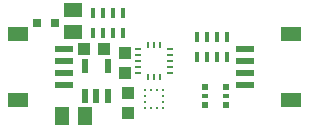
<source format=gbr>
G04 EAGLE Gerber RS-274X export*
G75*
%MOMM*%
%FSLAX34Y34*%
%LPD*%
%INSolderpaste Top*%
%IPPOS*%
%AMOC8*
5,1,8,0,0,1.08239X$1,22.5*%
G01*
%ADD10R,1.240000X1.500000*%
%ADD11R,0.550000X1.200000*%
%ADD12R,1.500000X1.240000*%
%ADD13R,1.075000X1.000000*%
%ADD14R,0.450000X0.900000*%
%ADD15R,0.500000X0.500000*%
%ADD16R,0.500000X0.400000*%
%ADD17R,1.550000X0.600000*%
%ADD18R,1.800000X1.200000*%
%ADD19R,0.800000X0.800000*%
%ADD20R,1.000000X1.075000*%
%ADD21R,0.250000X0.275000*%
%ADD22R,0.275000X0.250000*%
%ADD23R,0.500000X0.250000*%
%ADD24R,0.250000X0.500000*%


D10*
X68047Y47244D03*
X49047Y47244D03*
D11*
X68478Y63834D03*
X77978Y63834D03*
X87478Y63834D03*
X87478Y89836D03*
X68478Y89836D03*
D12*
X57785Y118135D03*
X57785Y137135D03*
D13*
X67700Y104140D03*
X84700Y104140D03*
D14*
X188895Y96910D03*
X188895Y113910D03*
X179895Y96910D03*
X171895Y96910D03*
X162895Y96910D03*
X162895Y113910D03*
X179895Y113910D03*
X171895Y113910D03*
D15*
X187562Y56508D03*
D16*
X187562Y64008D03*
D15*
X187562Y71508D03*
X169562Y71508D03*
D16*
X169562Y64008D03*
D15*
X169562Y56508D03*
D17*
X203460Y83900D03*
X203460Y93900D03*
X203460Y73900D03*
X203460Y103900D03*
D18*
X242460Y60900D03*
X242460Y116900D03*
D17*
X50540Y93900D03*
X50540Y83900D03*
X50540Y103900D03*
X50540Y73900D03*
D18*
X11540Y116900D03*
X11540Y60900D03*
D19*
X28060Y125730D03*
X43060Y125730D03*
D20*
X101981Y83956D03*
X101981Y100956D03*
D21*
X134500Y69095D03*
X129500Y69095D03*
X124500Y69095D03*
X119500Y69095D03*
D22*
X119500Y64095D03*
X119500Y59095D03*
D21*
X119500Y54095D03*
X124500Y54095D03*
X129500Y54095D03*
X134500Y54095D03*
D22*
X134500Y59095D03*
X134500Y64095D03*
D20*
X104775Y66920D03*
X104775Y49920D03*
D23*
X140500Y83980D03*
X140500Y88980D03*
X140500Y93980D03*
X140500Y98980D03*
X140500Y103980D03*
D24*
X132000Y107480D03*
X127000Y107480D03*
X122000Y107480D03*
D23*
X113500Y103980D03*
X113500Y98980D03*
X113500Y93980D03*
X113500Y88980D03*
X113500Y83980D03*
D24*
X122000Y80480D03*
X127000Y80480D03*
X132000Y80480D03*
D14*
X74630Y134230D03*
X74630Y117230D03*
X83630Y134230D03*
X91630Y134230D03*
X100630Y134230D03*
X100630Y117230D03*
X83630Y117230D03*
X91630Y117230D03*
M02*

</source>
